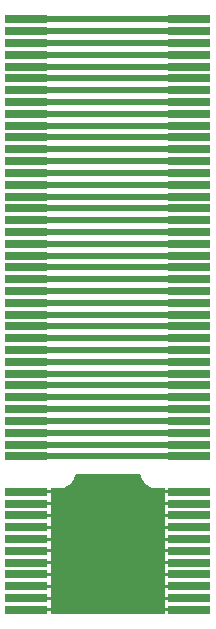
<source format=gbl>
G04*
G04 #@! TF.GenerationSoftware,Altium Limited,Altium Designer,22.11.1 (43)*
G04*
G04 Layer_Physical_Order=2*
G04 Layer_Color=16711680*
%FSLAX25Y25*%
%MOIN*%
G70*
G04*
G04 #@! TF.SameCoordinates,32AA8D28-F0FA-49C7-A1B0-27AA3852E6AF*
G04*
G04*
G04 #@! TF.FilePolarity,Positive*
G04*
G01*
G75*
%ADD12R,0.14173X0.02756*%
%ADD14C,0.02000*%
G36*
X46453Y47347D02*
X46479Y47216D01*
X46488Y47083D01*
X46741Y46140D01*
X46800Y46020D01*
X46843Y45894D01*
X47331Y45048D01*
X47419Y44948D01*
X47493Y44837D01*
X48183Y44147D01*
X48294Y44072D01*
X48394Y43984D01*
X49240Y43496D01*
X49366Y43453D01*
X49486Y43394D01*
X50429Y43142D01*
X50529Y43135D01*
X50626Y43109D01*
X51114Y43077D01*
X51148Y43082D01*
X51181Y43075D01*
X54512D01*
Y42232D01*
X62598D01*
Y41232D01*
X54512D01*
Y39354D01*
Y38295D01*
X62598D01*
Y37295D01*
X54512D01*
Y35417D01*
Y34358D01*
X62598D01*
Y33358D01*
X54512D01*
Y31480D01*
Y30421D01*
X62598D01*
Y29421D01*
X54512D01*
Y27543D01*
Y26484D01*
X62598D01*
Y25484D01*
X54512D01*
Y23606D01*
Y22547D01*
X62598D01*
Y21547D01*
X54512D01*
Y19669D01*
Y18610D01*
X62598D01*
Y17610D01*
X54512D01*
Y15732D01*
Y14673D01*
X62598D01*
Y13673D01*
X54512D01*
Y11795D01*
Y10736D01*
X62598D01*
Y9736D01*
X54512D01*
Y7858D01*
Y6799D01*
X62598D01*
Y5799D01*
X54512D01*
Y3921D01*
Y2862D01*
X62598D01*
Y1862D01*
X54512D01*
Y1020D01*
X16354D01*
Y1862D01*
X8268D01*
Y2862D01*
X16354D01*
Y3921D01*
Y5799D01*
X8268D01*
Y6799D01*
X16354D01*
Y7858D01*
Y9736D01*
X8268D01*
Y10736D01*
X16354D01*
Y11795D01*
Y13673D01*
X8268D01*
Y14673D01*
X16354D01*
Y15732D01*
Y17610D01*
X8268D01*
Y18610D01*
X16354D01*
Y19669D01*
Y21547D01*
X8268D01*
Y22547D01*
X16354D01*
Y23606D01*
Y25484D01*
X8268D01*
Y26484D01*
X16354D01*
Y27543D01*
Y29421D01*
X8268D01*
Y30421D01*
X16354D01*
Y31480D01*
Y33358D01*
X8268D01*
Y34358D01*
X16354D01*
Y35417D01*
Y37295D01*
X8268D01*
Y38295D01*
X16354D01*
Y39354D01*
Y41232D01*
X8268D01*
Y42232D01*
X16354D01*
Y43075D01*
X19685D01*
X19718Y43082D01*
X19752Y43077D01*
X20240Y43109D01*
X20337Y43135D01*
X20437Y43142D01*
X21380Y43394D01*
X21500Y43453D01*
X21626Y43496D01*
X22472Y43984D01*
X22572Y44072D01*
X22683Y44147D01*
X23373Y44837D01*
X23447Y44948D01*
X23535Y45048D01*
X24024Y45894D01*
X24066Y46020D01*
X24125Y46140D01*
X24378Y47083D01*
X24387Y47216D01*
X24413Y47347D01*
X24704Y47638D01*
X46162D01*
X46453Y47347D01*
D02*
G37*
D12*
X8268Y199213D02*
D03*
Y195276D02*
D03*
Y191339D02*
D03*
Y187402D02*
D03*
Y183465D02*
D03*
Y179528D02*
D03*
Y175591D02*
D03*
Y171653D02*
D03*
Y167717D02*
D03*
Y163779D02*
D03*
Y159843D02*
D03*
Y155905D02*
D03*
Y151969D02*
D03*
Y148031D02*
D03*
Y144095D02*
D03*
Y140157D02*
D03*
Y136221D02*
D03*
Y132283D02*
D03*
Y128347D02*
D03*
Y124409D02*
D03*
Y120472D02*
D03*
Y116535D02*
D03*
Y112598D02*
D03*
Y108661D02*
D03*
Y104724D02*
D03*
Y100787D02*
D03*
Y96850D02*
D03*
Y92913D02*
D03*
Y88976D02*
D03*
Y85039D02*
D03*
Y81102D02*
D03*
Y77165D02*
D03*
Y73228D02*
D03*
Y69291D02*
D03*
Y65354D02*
D03*
Y61417D02*
D03*
Y57480D02*
D03*
Y53543D02*
D03*
Y41732D02*
D03*
Y37795D02*
D03*
Y33858D02*
D03*
Y29921D02*
D03*
Y25984D02*
D03*
Y22047D02*
D03*
Y18110D02*
D03*
Y14173D02*
D03*
Y10236D02*
D03*
Y6299D02*
D03*
Y2362D02*
D03*
X62598Y199213D02*
D03*
Y195276D02*
D03*
Y191339D02*
D03*
Y187402D02*
D03*
Y183465D02*
D03*
Y179528D02*
D03*
Y175591D02*
D03*
Y171653D02*
D03*
Y167717D02*
D03*
Y163779D02*
D03*
Y159843D02*
D03*
Y155905D02*
D03*
Y151969D02*
D03*
Y148031D02*
D03*
Y144095D02*
D03*
Y140157D02*
D03*
Y136221D02*
D03*
Y132283D02*
D03*
Y128347D02*
D03*
Y124409D02*
D03*
Y120472D02*
D03*
Y116535D02*
D03*
Y112598D02*
D03*
Y108661D02*
D03*
Y104724D02*
D03*
Y100787D02*
D03*
Y96850D02*
D03*
Y92913D02*
D03*
Y88976D02*
D03*
Y85039D02*
D03*
Y81102D02*
D03*
Y77165D02*
D03*
Y73228D02*
D03*
Y69291D02*
D03*
Y65354D02*
D03*
Y61417D02*
D03*
Y57480D02*
D03*
Y53543D02*
D03*
Y41732D02*
D03*
Y37795D02*
D03*
Y33858D02*
D03*
Y29921D02*
D03*
Y25984D02*
D03*
Y22047D02*
D03*
Y18110D02*
D03*
Y14173D02*
D03*
Y10236D02*
D03*
Y6299D02*
D03*
Y2362D02*
D03*
D14*
X8268Y53543D02*
X62598D01*
X8268Y57480D02*
X62598D01*
X8268Y57480D02*
X8268Y57480D01*
X8268Y61417D02*
X8268Y61417D01*
X62598D01*
X8268Y65354D02*
X62598D01*
X8268Y65354D02*
X8268Y65354D01*
Y69291D02*
X62598D01*
X8268Y69291D02*
X8268Y69291D01*
Y73228D02*
X62598D01*
X8268Y73228D02*
X8268Y73228D01*
X8268Y77165D02*
X8268Y77165D01*
X62598D01*
X8268Y81102D02*
X8268Y81102D01*
X62598D01*
X8268Y85039D02*
X62598D01*
X8268Y85039D02*
X8268Y85039D01*
X8268Y88976D02*
X8268Y88976D01*
X62598D01*
X8268Y92913D02*
X62598D01*
X8268Y92913D02*
X8268Y92913D01*
Y96850D02*
X62598D01*
X8268Y96850D02*
X8268Y96850D01*
Y100787D02*
X62598D01*
X8268Y100787D02*
X8268Y100787D01*
X62598Y104724D02*
X62598Y104724D01*
X8268Y104724D02*
X62598D01*
X8268Y108661D02*
X62598D01*
X62598Y108661D01*
X8268Y112598D02*
X62598D01*
X62598Y112598D01*
X62598Y116535D02*
X62598Y116535D01*
X8268Y116535D02*
X62598D01*
Y120472D02*
X62598Y120473D01*
X8268Y120472D02*
X62598D01*
X8268Y124409D02*
X62598D01*
X62598Y124409D01*
X62598Y128347D02*
X62598Y128347D01*
X8268Y128347D02*
X62598D01*
Y132283D02*
X62598Y132283D01*
X8268Y132283D02*
X62598D01*
Y136221D02*
X62598Y136221D01*
X8268Y136221D02*
X62598D01*
Y140157D02*
X62598Y140157D01*
X8268Y140157D02*
X62598D01*
X8268Y144095D02*
X62598D01*
X62598Y144095D01*
X8268Y148031D02*
X62598D01*
X62598Y148031D01*
X8268Y151969D02*
X62598D01*
X62598Y151969D01*
X8268Y155905D02*
X62598D01*
X62598Y155905D01*
X8268Y159843D02*
X62598D01*
X62598Y159843D01*
X62598Y163779D02*
X62598Y163779D01*
X8268Y163779D02*
X62598D01*
Y167717D02*
X62598Y167717D01*
X8268Y167717D02*
X62598D01*
Y171653D02*
X62598Y171653D01*
X8268Y171653D02*
X62598D01*
Y175591D02*
X62598Y175591D01*
X8268Y175591D02*
X62598D01*
Y179528D02*
X62598Y179528D01*
X8268Y179528D02*
X62598D01*
Y183465D02*
X62598Y183465D01*
X8268Y183465D02*
X62598D01*
X8268Y191339D02*
X62598D01*
X62598Y191339D01*
X62598Y187402D02*
X62598Y187402D01*
X8268Y187402D02*
X62598D01*
X8268Y195276D02*
X62598D01*
X62598Y195276D01*
X62598Y199213D02*
X62598Y199213D01*
X8268Y199213D02*
X62598D01*
M02*

</source>
